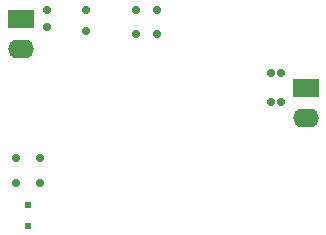
<source format=gbr>
G04 --- HEADER BEGIN --- *
%TF.GenerationSoftware,LibrePCB,LibrePCB,0.1.5*%
%TF.CreationDate,2021-06-20T18:39:02*%
%TF.ProjectId,Project_1 - Project_1,33df2010-fc84-4cad-912d-d0e73ea2b767,v1*%
%TF.Part,Single*%
%FSLAX66Y66*%
%MOMM*%
G01*
G74*
G04 --- HEADER END --- *
G04 --- APERTURE LIST BEGIN --- *
%ADD10O,2.19X1.587*%
%ADD11R,2.19X1.587*%
%ADD12R,0.5X0.5*%
%ADD13C,0.7*%
G04 --- APERTURE LIST END --- *
G04 --- BOARD BEGIN --- *
D10*
X26670000Y12700000D03*
D11*
X26670000Y15240000D03*
D12*
X3175000Y5345000D03*
X3175000Y3545000D03*
D10*
X2540000Y18595000D03*
D11*
X2540000Y21135000D03*
D13*
X24600000Y14100000D03*
X12300000Y19800000D03*
X14100000Y19800000D03*
X14100000Y21900000D03*
X4800000Y21900000D03*
X24600000Y16500000D03*
X2100000Y9300000D03*
X8100000Y20100000D03*
X4200000Y7200000D03*
X8100000Y21900000D03*
X23700000Y14100000D03*
X12300000Y21900000D03*
X2100000Y7200000D03*
X23700000Y16500000D03*
X4800000Y20400000D03*
X4200000Y9300000D03*
G04 --- BOARD END --- *
%TF.MD5,3074a630225c20f19b17a753f41963a7*%
M02*

</source>
